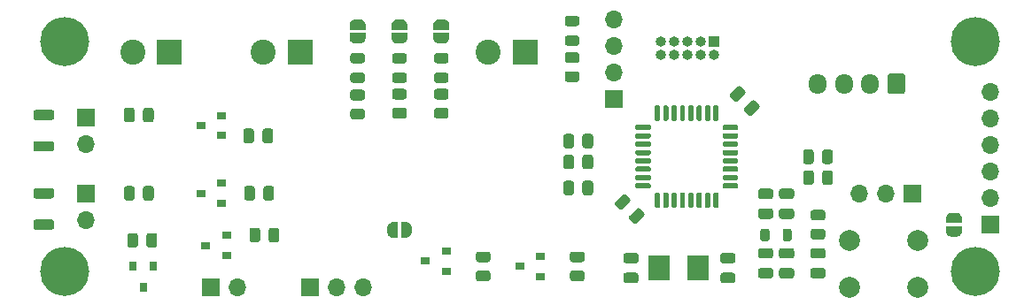
<source format=gbr>
G04 #@! TF.GenerationSoftware,KiCad,Pcbnew,6.0.6-3a73a75311~116~ubuntu22.04.1*
G04 #@! TF.CreationDate,2022-07-04T14:52:18+02:00*
G04 #@! TF.ProjectId,DccDecoder,44636344-6563-46f6-9465-722e6b696361,rev?*
G04 #@! TF.SameCoordinates,Original*
G04 #@! TF.FileFunction,Soldermask,Top*
G04 #@! TF.FilePolarity,Negative*
%FSLAX46Y46*%
G04 Gerber Fmt 4.6, Leading zero omitted, Abs format (unit mm)*
G04 Created by KiCad (PCBNEW 6.0.6-3a73a75311~116~ubuntu22.04.1) date 2022-07-04 14:52:18*
%MOMM*%
%LPD*%
G01*
G04 APERTURE LIST*
%ADD10O,1.700000X1.950000*%
%ADD11R,2.400000X2.400000*%
%ADD12C,2.400000*%
%ADD13C,2.000000*%
%ADD14R,2.000000X2.400000*%
%ADD15C,4.700000*%
%ADD16R,1.700000X1.700000*%
%ADD17O,1.700000X1.700000*%
%ADD18R,1.000000X1.000000*%
%ADD19O,1.000000X1.000000*%
%ADD20R,0.900000X0.800000*%
%ADD21R,0.800000X0.900000*%
G04 APERTURE END LIST*
G36*
G01*
X57456250Y-47925000D02*
X56543750Y-47925000D01*
G75*
G02*
X56300000Y-47681250I0J243750D01*
G01*
X56300000Y-47193750D01*
G75*
G02*
X56543750Y-46950000I243750J0D01*
G01*
X57456250Y-46950000D01*
G75*
G02*
X57700000Y-47193750I0J-243750D01*
G01*
X57700000Y-47681250D01*
G75*
G02*
X57456250Y-47925000I-243750J0D01*
G01*
G37*
G36*
G01*
X57456250Y-46050000D02*
X56543750Y-46050000D01*
G75*
G02*
X56300000Y-45806250I0J243750D01*
G01*
X56300000Y-45318750D01*
G75*
G02*
X56543750Y-45075000I243750J0D01*
G01*
X57456250Y-45075000D01*
G75*
G02*
X57700000Y-45318750I0J-243750D01*
G01*
X57700000Y-45806250D01*
G75*
G02*
X57456250Y-46050000I-243750J0D01*
G01*
G37*
G36*
G01*
X65456250Y-47925000D02*
X64543750Y-47925000D01*
G75*
G02*
X64300000Y-47681250I0J243750D01*
G01*
X64300000Y-47193750D01*
G75*
G02*
X64543750Y-46950000I243750J0D01*
G01*
X65456250Y-46950000D01*
G75*
G02*
X65700000Y-47193750I0J-243750D01*
G01*
X65700000Y-47681250D01*
G75*
G02*
X65456250Y-47925000I-243750J0D01*
G01*
G37*
G36*
G01*
X65456250Y-46050000D02*
X64543750Y-46050000D01*
G75*
G02*
X64300000Y-45806250I0J243750D01*
G01*
X64300000Y-45318750D01*
G75*
G02*
X64543750Y-45075000I243750J0D01*
G01*
X65456250Y-45075000D01*
G75*
G02*
X65700000Y-45318750I0J-243750D01*
G01*
X65700000Y-45806250D01*
G75*
G02*
X65456250Y-46050000I-243750J0D01*
G01*
G37*
G36*
X65750000Y-43150000D02*
G01*
X65750000Y-43650000D01*
X65745033Y-43650000D01*
X65743568Y-43729941D01*
X65701293Y-43865256D01*
X65622738Y-43983266D01*
X65514219Y-44074486D01*
X65384460Y-44131581D01*
X65250000Y-44149164D01*
X65250000Y-44150000D01*
X64750000Y-44150000D01*
X64750000Y-44149164D01*
X64743891Y-44149963D01*
X64603814Y-44128152D01*
X64475489Y-44067904D01*
X64369231Y-43974060D01*
X64293583Y-43854165D01*
X64254626Y-43717858D01*
X64255041Y-43650000D01*
X64250000Y-43650000D01*
X64250000Y-43150000D01*
X65750000Y-43150000D01*
G37*
G36*
X64255041Y-42350000D02*
G01*
X64255492Y-42276095D01*
X64296111Y-42140274D01*
X64373218Y-42021312D01*
X64480615Y-41928774D01*
X64609667Y-41870097D01*
X64750000Y-41850000D01*
X65250000Y-41850000D01*
X65262216Y-41850149D01*
X65402017Y-41873669D01*
X65529596Y-41935481D01*
X65634700Y-42030616D01*
X65708877Y-42151426D01*
X65746166Y-42288199D01*
X65745033Y-42350000D01*
X65750000Y-42350000D01*
X65750000Y-42850000D01*
X64250000Y-42850000D01*
X64250000Y-42350000D01*
X64255041Y-42350000D01*
G37*
G36*
X57750000Y-43150000D02*
G01*
X57750000Y-43650000D01*
X57745033Y-43650000D01*
X57743568Y-43729941D01*
X57701293Y-43865256D01*
X57622738Y-43983266D01*
X57514219Y-44074486D01*
X57384460Y-44131581D01*
X57250000Y-44149164D01*
X57250000Y-44150000D01*
X56750000Y-44150000D01*
X56750000Y-44149164D01*
X56743891Y-44149963D01*
X56603814Y-44128152D01*
X56475489Y-44067904D01*
X56369231Y-43974060D01*
X56293583Y-43854165D01*
X56254626Y-43717858D01*
X56255041Y-43650000D01*
X56250000Y-43650000D01*
X56250000Y-43150000D01*
X57750000Y-43150000D01*
G37*
G36*
X56255041Y-42350000D02*
G01*
X56255492Y-42276095D01*
X56296111Y-42140274D01*
X56373218Y-42021312D01*
X56480615Y-41928774D01*
X56609667Y-41870097D01*
X56750000Y-41850000D01*
X57250000Y-41850000D01*
X57262216Y-41850149D01*
X57402017Y-41873669D01*
X57529596Y-41935481D01*
X57634700Y-42030616D01*
X57708877Y-42151426D01*
X57746166Y-42288199D01*
X57745033Y-42350000D01*
X57750000Y-42350000D01*
X57750000Y-42850000D01*
X56250000Y-42850000D01*
X56250000Y-42350000D01*
X56255041Y-42350000D01*
G37*
G36*
X61750000Y-43150000D02*
G01*
X61750000Y-43650000D01*
X61745033Y-43650000D01*
X61743568Y-43729941D01*
X61701293Y-43865256D01*
X61622738Y-43983266D01*
X61514219Y-44074486D01*
X61384460Y-44131581D01*
X61250000Y-44149164D01*
X61250000Y-44150000D01*
X60750000Y-44150000D01*
X60750000Y-44149164D01*
X60743891Y-44149963D01*
X60603814Y-44128152D01*
X60475489Y-44067904D01*
X60369231Y-43974060D01*
X60293583Y-43854165D01*
X60254626Y-43717858D01*
X60255041Y-43650000D01*
X60250000Y-43650000D01*
X60250000Y-43150000D01*
X61750000Y-43150000D01*
G37*
G36*
X60255041Y-42350000D02*
G01*
X60255492Y-42276095D01*
X60296111Y-42140274D01*
X60373218Y-42021312D01*
X60480615Y-41928774D01*
X60609667Y-41870097D01*
X60750000Y-41850000D01*
X61250000Y-41850000D01*
X61262216Y-41850149D01*
X61402017Y-41873669D01*
X61529596Y-41935481D01*
X61634700Y-42030616D01*
X61708877Y-42151426D01*
X61746166Y-42288199D01*
X61745033Y-42350000D01*
X61750000Y-42350000D01*
X61750000Y-42850000D01*
X60250000Y-42850000D01*
X60250000Y-42350000D01*
X60255041Y-42350000D01*
G37*
G36*
G01*
X56550000Y-48575000D02*
X57450000Y-48575000D01*
G75*
G02*
X57700000Y-48825000I0J-250000D01*
G01*
X57700000Y-49350000D01*
G75*
G02*
X57450000Y-49600000I-250000J0D01*
G01*
X56550000Y-49600000D01*
G75*
G02*
X56300000Y-49350000I0J250000D01*
G01*
X56300000Y-48825000D01*
G75*
G02*
X56550000Y-48575000I250000J0D01*
G01*
G37*
G36*
G01*
X56550000Y-50400000D02*
X57450000Y-50400000D01*
G75*
G02*
X57700000Y-50650000I0J-250000D01*
G01*
X57700000Y-51175000D01*
G75*
G02*
X57450000Y-51425000I-250000J0D01*
G01*
X56550000Y-51425000D01*
G75*
G02*
X56300000Y-51175000I0J250000D01*
G01*
X56300000Y-50650000D01*
G75*
G02*
X56550000Y-50400000I250000J0D01*
G01*
G37*
G36*
G01*
X60550000Y-48487500D02*
X61450000Y-48487500D01*
G75*
G02*
X61700000Y-48737500I0J-250000D01*
G01*
X61700000Y-49262500D01*
G75*
G02*
X61450000Y-49512500I-250000J0D01*
G01*
X60550000Y-49512500D01*
G75*
G02*
X60300000Y-49262500I0J250000D01*
G01*
X60300000Y-48737500D01*
G75*
G02*
X60550000Y-48487500I250000J0D01*
G01*
G37*
G36*
G01*
X60550000Y-50312500D02*
X61450000Y-50312500D01*
G75*
G02*
X61700000Y-50562500I0J-250000D01*
G01*
X61700000Y-51087500D01*
G75*
G02*
X61450000Y-51337500I-250000J0D01*
G01*
X60550000Y-51337500D01*
G75*
G02*
X60300000Y-51087500I0J250000D01*
G01*
X60300000Y-50562500D01*
G75*
G02*
X60550000Y-50312500I250000J0D01*
G01*
G37*
G36*
G01*
X64550000Y-48487500D02*
X65450000Y-48487500D01*
G75*
G02*
X65700000Y-48737500I0J-250000D01*
G01*
X65700000Y-49262500D01*
G75*
G02*
X65450000Y-49512500I-250000J0D01*
G01*
X64550000Y-49512500D01*
G75*
G02*
X64300000Y-49262500I0J250000D01*
G01*
X64300000Y-48737500D01*
G75*
G02*
X64550000Y-48487500I250000J0D01*
G01*
G37*
G36*
G01*
X64550000Y-50312500D02*
X65450000Y-50312500D01*
G75*
G02*
X65700000Y-50562500I0J-250000D01*
G01*
X65700000Y-51087500D01*
G75*
G02*
X65450000Y-51337500I-250000J0D01*
G01*
X64550000Y-51337500D01*
G75*
G02*
X64300000Y-51087500I0J250000D01*
G01*
X64300000Y-50562500D01*
G75*
G02*
X64550000Y-50312500I250000J0D01*
G01*
G37*
G36*
G01*
X109350000Y-47275000D02*
X109350000Y-48725000D01*
G75*
G02*
X109100000Y-48975000I-250000J0D01*
G01*
X107900000Y-48975000D01*
G75*
G02*
X107650000Y-48725000I0J250000D01*
G01*
X107650000Y-47275000D01*
G75*
G02*
X107900000Y-47025000I250000J0D01*
G01*
X109100000Y-47025000D01*
G75*
G02*
X109350000Y-47275000I0J-250000D01*
G01*
G37*
D10*
X106000000Y-48000000D03*
X103500000Y-48000000D03*
X101000000Y-48000000D03*
D11*
X73000000Y-45000000D03*
D12*
X69500000Y-45000000D03*
G36*
G01*
X61456250Y-47925000D02*
X60543750Y-47925000D01*
G75*
G02*
X60300000Y-47681250I0J243750D01*
G01*
X60300000Y-47193750D01*
G75*
G02*
X60543750Y-46950000I243750J0D01*
G01*
X61456250Y-46950000D01*
G75*
G02*
X61700000Y-47193750I0J-243750D01*
G01*
X61700000Y-47681250D01*
G75*
G02*
X61456250Y-47925000I-243750J0D01*
G01*
G37*
G36*
G01*
X61456250Y-46050000D02*
X60543750Y-46050000D01*
G75*
G02*
X60300000Y-45806250I0J243750D01*
G01*
X60300000Y-45318750D01*
G75*
G02*
X60543750Y-45075000I243750J0D01*
G01*
X61456250Y-45075000D01*
G75*
G02*
X61700000Y-45318750I0J-243750D01*
G01*
X61700000Y-45806250D01*
G75*
G02*
X61456250Y-46050000I-243750J0D01*
G01*
G37*
D11*
X51500000Y-45000000D03*
D12*
X48000000Y-45000000D03*
G36*
G01*
X81638820Y-59310571D02*
X82310571Y-58638820D01*
G75*
G02*
X82664125Y-58638820I176777J-176777D01*
G01*
X83017678Y-58992373D01*
G75*
G02*
X83017678Y-59345927I-176777J-176777D01*
G01*
X82345927Y-60017678D01*
G75*
G02*
X81992373Y-60017678I-176777J176777D01*
G01*
X81638820Y-59664125D01*
G75*
G02*
X81638820Y-59310571I176777J176777D01*
G01*
G37*
G36*
G01*
X82982322Y-60654073D02*
X83654073Y-59982322D01*
G75*
G02*
X84007627Y-59982322I176777J-176777D01*
G01*
X84361180Y-60335875D01*
G75*
G02*
X84361180Y-60689429I-176777J-176777D01*
G01*
X83689429Y-61361180D01*
G75*
G02*
X83335875Y-61361180I-176777J176777D01*
G01*
X82982322Y-61007627D01*
G75*
G02*
X82982322Y-60654073I176777J176777D01*
G01*
G37*
G36*
G01*
X95361180Y-50351429D02*
X94689429Y-51023180D01*
G75*
G02*
X94335875Y-51023180I-176777J176777D01*
G01*
X93982322Y-50669627D01*
G75*
G02*
X93982322Y-50316073I176777J176777D01*
G01*
X94654073Y-49644322D01*
G75*
G02*
X95007627Y-49644322I176777J-176777D01*
G01*
X95361180Y-49997875D01*
G75*
G02*
X95361180Y-50351429I-176777J-176777D01*
G01*
G37*
G36*
G01*
X94017678Y-49007927D02*
X93345927Y-49679678D01*
G75*
G02*
X92992373Y-49679678I-176777J176777D01*
G01*
X92638820Y-49326125D01*
G75*
G02*
X92638820Y-48972571I176777J176777D01*
G01*
X93310571Y-48300820D01*
G75*
G02*
X93664125Y-48300820I176777J-176777D01*
G01*
X94017678Y-48654373D01*
G75*
G02*
X94017678Y-49007927I-176777J-176777D01*
G01*
G37*
G36*
G01*
X100525000Y-63750000D02*
X101475000Y-63750000D01*
G75*
G02*
X101725000Y-64000000I0J-250000D01*
G01*
X101725000Y-64500000D01*
G75*
G02*
X101475000Y-64750000I-250000J0D01*
G01*
X100525000Y-64750000D01*
G75*
G02*
X100275000Y-64500000I0J250000D01*
G01*
X100275000Y-64000000D01*
G75*
G02*
X100525000Y-63750000I250000J0D01*
G01*
G37*
G36*
G01*
X100525000Y-65650000D02*
X101475000Y-65650000D01*
G75*
G02*
X101725000Y-65900000I0J-250000D01*
G01*
X101725000Y-66400000D01*
G75*
G02*
X101475000Y-66650000I-250000J0D01*
G01*
X100525000Y-66650000D01*
G75*
G02*
X100275000Y-66400000I0J250000D01*
G01*
X100275000Y-65900000D01*
G75*
G02*
X100525000Y-65650000I250000J0D01*
G01*
G37*
G36*
G01*
X83596000Y-67106000D02*
X82646000Y-67106000D01*
G75*
G02*
X82396000Y-66856000I0J250000D01*
G01*
X82396000Y-66356000D01*
G75*
G02*
X82646000Y-66106000I250000J0D01*
G01*
X83596000Y-66106000D01*
G75*
G02*
X83846000Y-66356000I0J-250000D01*
G01*
X83846000Y-66856000D01*
G75*
G02*
X83596000Y-67106000I-250000J0D01*
G01*
G37*
G36*
G01*
X83596000Y-65206000D02*
X82646000Y-65206000D01*
G75*
G02*
X82396000Y-64956000I0J250000D01*
G01*
X82396000Y-64456000D01*
G75*
G02*
X82646000Y-64206000I250000J0D01*
G01*
X83596000Y-64206000D01*
G75*
G02*
X83846000Y-64456000I0J-250000D01*
G01*
X83846000Y-64956000D01*
G75*
G02*
X83596000Y-65206000I-250000J0D01*
G01*
G37*
G36*
G01*
X92867000Y-67106000D02*
X91917000Y-67106000D01*
G75*
G02*
X91667000Y-66856000I0J250000D01*
G01*
X91667000Y-66356000D01*
G75*
G02*
X91917000Y-66106000I250000J0D01*
G01*
X92867000Y-66106000D01*
G75*
G02*
X93117000Y-66356000I0J-250000D01*
G01*
X93117000Y-66856000D01*
G75*
G02*
X92867000Y-67106000I-250000J0D01*
G01*
G37*
G36*
G01*
X92867000Y-65206000D02*
X91917000Y-65206000D01*
G75*
G02*
X91667000Y-64956000I0J250000D01*
G01*
X91667000Y-64456000D01*
G75*
G02*
X91917000Y-64206000I250000J0D01*
G01*
X92867000Y-64206000D01*
G75*
G02*
X93117000Y-64456000I0J-250000D01*
G01*
X93117000Y-64956000D01*
G75*
G02*
X92867000Y-65206000I-250000J0D01*
G01*
G37*
G36*
G01*
X96475000Y-60950000D02*
X95525000Y-60950000D01*
G75*
G02*
X95275000Y-60700000I0J250000D01*
G01*
X95275000Y-60200000D01*
G75*
G02*
X95525000Y-59950000I250000J0D01*
G01*
X96475000Y-59950000D01*
G75*
G02*
X96725000Y-60200000I0J-250000D01*
G01*
X96725000Y-60700000D01*
G75*
G02*
X96475000Y-60950000I-250000J0D01*
G01*
G37*
G36*
G01*
X96475000Y-59050000D02*
X95525000Y-59050000D01*
G75*
G02*
X95275000Y-58800000I0J250000D01*
G01*
X95275000Y-58300000D01*
G75*
G02*
X95525000Y-58050000I250000J0D01*
G01*
X96475000Y-58050000D01*
G75*
G02*
X96725000Y-58300000I0J-250000D01*
G01*
X96725000Y-58800000D01*
G75*
G02*
X96475000Y-59050000I-250000J0D01*
G01*
G37*
G36*
G01*
X97525000Y-63750000D02*
X98475000Y-63750000D01*
G75*
G02*
X98725000Y-64000000I0J-250000D01*
G01*
X98725000Y-64500000D01*
G75*
G02*
X98475000Y-64750000I-250000J0D01*
G01*
X97525000Y-64750000D01*
G75*
G02*
X97275000Y-64500000I0J250000D01*
G01*
X97275000Y-64000000D01*
G75*
G02*
X97525000Y-63750000I250000J0D01*
G01*
G37*
G36*
G01*
X97525000Y-65650000D02*
X98475000Y-65650000D01*
G75*
G02*
X98725000Y-65900000I0J-250000D01*
G01*
X98725000Y-66400000D01*
G75*
G02*
X98475000Y-66650000I-250000J0D01*
G01*
X97525000Y-66650000D01*
G75*
G02*
X97275000Y-66400000I0J250000D01*
G01*
X97275000Y-65900000D01*
G75*
G02*
X97525000Y-65650000I250000J0D01*
G01*
G37*
G36*
G01*
X95525000Y-63750000D02*
X96475000Y-63750000D01*
G75*
G02*
X96725000Y-64000000I0J-250000D01*
G01*
X96725000Y-64500000D01*
G75*
G02*
X96475000Y-64750000I-250000J0D01*
G01*
X95525000Y-64750000D01*
G75*
G02*
X95275000Y-64500000I0J250000D01*
G01*
X95275000Y-64000000D01*
G75*
G02*
X95525000Y-63750000I250000J0D01*
G01*
G37*
G36*
G01*
X95525000Y-65650000D02*
X96475000Y-65650000D01*
G75*
G02*
X96725000Y-65900000I0J-250000D01*
G01*
X96725000Y-66400000D01*
G75*
G02*
X96475000Y-66650000I-250000J0D01*
G01*
X95525000Y-66650000D01*
G75*
G02*
X95275000Y-66400000I0J250000D01*
G01*
X95275000Y-65900000D01*
G75*
G02*
X95525000Y-65650000I250000J0D01*
G01*
G37*
G36*
G01*
X95500000Y-62881250D02*
X95500000Y-62118750D01*
G75*
G02*
X95718750Y-61900000I218750J0D01*
G01*
X96156250Y-61900000D01*
G75*
G02*
X96375000Y-62118750I0J-218750D01*
G01*
X96375000Y-62881250D01*
G75*
G02*
X96156250Y-63100000I-218750J0D01*
G01*
X95718750Y-63100000D01*
G75*
G02*
X95500000Y-62881250I0J218750D01*
G01*
G37*
G36*
G01*
X97625000Y-62881250D02*
X97625000Y-62118750D01*
G75*
G02*
X97843750Y-61900000I218750J0D01*
G01*
X98281250Y-61900000D01*
G75*
G02*
X98500000Y-62118750I0J-218750D01*
G01*
X98500000Y-62881250D01*
G75*
G02*
X98281250Y-63100000I-218750J0D01*
G01*
X97843750Y-63100000D01*
G75*
G02*
X97625000Y-62881250I0J218750D01*
G01*
G37*
G36*
G01*
X79512500Y-57550000D02*
X79512500Y-58450000D01*
G75*
G02*
X79262500Y-58700000I-250000J0D01*
G01*
X78737500Y-58700000D01*
G75*
G02*
X78487500Y-58450000I0J250000D01*
G01*
X78487500Y-57550000D01*
G75*
G02*
X78737500Y-57300000I250000J0D01*
G01*
X79262500Y-57300000D01*
G75*
G02*
X79512500Y-57550000I0J-250000D01*
G01*
G37*
G36*
G01*
X77687500Y-57550000D02*
X77687500Y-58450000D01*
G75*
G02*
X77437500Y-58700000I-250000J0D01*
G01*
X76912500Y-58700000D01*
G75*
G02*
X76662500Y-58450000I0J250000D01*
G01*
X76662500Y-57550000D01*
G75*
G02*
X76912500Y-57300000I250000J0D01*
G01*
X77437500Y-57300000D01*
G75*
G02*
X77687500Y-57550000I0J-250000D01*
G01*
G37*
G36*
G01*
X100550000Y-60075000D02*
X101450000Y-60075000D01*
G75*
G02*
X101700000Y-60325000I0J-250000D01*
G01*
X101700000Y-60850000D01*
G75*
G02*
X101450000Y-61100000I-250000J0D01*
G01*
X100550000Y-61100000D01*
G75*
G02*
X100300000Y-60850000I0J250000D01*
G01*
X100300000Y-60325000D01*
G75*
G02*
X100550000Y-60075000I250000J0D01*
G01*
G37*
G36*
G01*
X100550000Y-61900000D02*
X101450000Y-61900000D01*
G75*
G02*
X101700000Y-62150000I0J-250000D01*
G01*
X101700000Y-62675000D01*
G75*
G02*
X101450000Y-62925000I-250000J0D01*
G01*
X100550000Y-62925000D01*
G75*
G02*
X100300000Y-62675000I0J250000D01*
G01*
X100300000Y-62150000D01*
G75*
G02*
X100550000Y-61900000I250000J0D01*
G01*
G37*
D13*
X104000000Y-63000000D03*
X110500000Y-63000000D03*
X104000000Y-67500000D03*
X110500000Y-67500000D03*
G36*
G01*
X85780000Y-59921000D02*
X85530000Y-59921000D01*
G75*
G02*
X85405000Y-59796000I0J125000D01*
G01*
X85405000Y-58546000D01*
G75*
G02*
X85530000Y-58421000I125000J0D01*
G01*
X85780000Y-58421000D01*
G75*
G02*
X85905000Y-58546000I0J-125000D01*
G01*
X85905000Y-59796000D01*
G75*
G02*
X85780000Y-59921000I-125000J0D01*
G01*
G37*
G36*
G01*
X86580000Y-59921000D02*
X86330000Y-59921000D01*
G75*
G02*
X86205000Y-59796000I0J125000D01*
G01*
X86205000Y-58546000D01*
G75*
G02*
X86330000Y-58421000I125000J0D01*
G01*
X86580000Y-58421000D01*
G75*
G02*
X86705000Y-58546000I0J-125000D01*
G01*
X86705000Y-59796000D01*
G75*
G02*
X86580000Y-59921000I-125000J0D01*
G01*
G37*
G36*
G01*
X87380000Y-59921000D02*
X87130000Y-59921000D01*
G75*
G02*
X87005000Y-59796000I0J125000D01*
G01*
X87005000Y-58546000D01*
G75*
G02*
X87130000Y-58421000I125000J0D01*
G01*
X87380000Y-58421000D01*
G75*
G02*
X87505000Y-58546000I0J-125000D01*
G01*
X87505000Y-59796000D01*
G75*
G02*
X87380000Y-59921000I-125000J0D01*
G01*
G37*
G36*
G01*
X88180000Y-59921000D02*
X87930000Y-59921000D01*
G75*
G02*
X87805000Y-59796000I0J125000D01*
G01*
X87805000Y-58546000D01*
G75*
G02*
X87930000Y-58421000I125000J0D01*
G01*
X88180000Y-58421000D01*
G75*
G02*
X88305000Y-58546000I0J-125000D01*
G01*
X88305000Y-59796000D01*
G75*
G02*
X88180000Y-59921000I-125000J0D01*
G01*
G37*
G36*
G01*
X88980000Y-59921000D02*
X88730000Y-59921000D01*
G75*
G02*
X88605000Y-59796000I0J125000D01*
G01*
X88605000Y-58546000D01*
G75*
G02*
X88730000Y-58421000I125000J0D01*
G01*
X88980000Y-58421000D01*
G75*
G02*
X89105000Y-58546000I0J-125000D01*
G01*
X89105000Y-59796000D01*
G75*
G02*
X88980000Y-59921000I-125000J0D01*
G01*
G37*
G36*
G01*
X89780000Y-59921000D02*
X89530000Y-59921000D01*
G75*
G02*
X89405000Y-59796000I0J125000D01*
G01*
X89405000Y-58546000D01*
G75*
G02*
X89530000Y-58421000I125000J0D01*
G01*
X89780000Y-58421000D01*
G75*
G02*
X89905000Y-58546000I0J-125000D01*
G01*
X89905000Y-59796000D01*
G75*
G02*
X89780000Y-59921000I-125000J0D01*
G01*
G37*
G36*
G01*
X90580000Y-59921000D02*
X90330000Y-59921000D01*
G75*
G02*
X90205000Y-59796000I0J125000D01*
G01*
X90205000Y-58546000D01*
G75*
G02*
X90330000Y-58421000I125000J0D01*
G01*
X90580000Y-58421000D01*
G75*
G02*
X90705000Y-58546000I0J-125000D01*
G01*
X90705000Y-59796000D01*
G75*
G02*
X90580000Y-59921000I-125000J0D01*
G01*
G37*
G36*
G01*
X91380000Y-59921000D02*
X91130000Y-59921000D01*
G75*
G02*
X91005000Y-59796000I0J125000D01*
G01*
X91005000Y-58546000D01*
G75*
G02*
X91130000Y-58421000I125000J0D01*
G01*
X91380000Y-58421000D01*
G75*
G02*
X91505000Y-58546000I0J-125000D01*
G01*
X91505000Y-59796000D01*
G75*
G02*
X91380000Y-59921000I-125000J0D01*
G01*
G37*
G36*
G01*
X93255000Y-58046000D02*
X92005000Y-58046000D01*
G75*
G02*
X91880000Y-57921000I0J125000D01*
G01*
X91880000Y-57671000D01*
G75*
G02*
X92005000Y-57546000I125000J0D01*
G01*
X93255000Y-57546000D01*
G75*
G02*
X93380000Y-57671000I0J-125000D01*
G01*
X93380000Y-57921000D01*
G75*
G02*
X93255000Y-58046000I-125000J0D01*
G01*
G37*
G36*
G01*
X93255000Y-57246000D02*
X92005000Y-57246000D01*
G75*
G02*
X91880000Y-57121000I0J125000D01*
G01*
X91880000Y-56871000D01*
G75*
G02*
X92005000Y-56746000I125000J0D01*
G01*
X93255000Y-56746000D01*
G75*
G02*
X93380000Y-56871000I0J-125000D01*
G01*
X93380000Y-57121000D01*
G75*
G02*
X93255000Y-57246000I-125000J0D01*
G01*
G37*
G36*
G01*
X93255000Y-56446000D02*
X92005000Y-56446000D01*
G75*
G02*
X91880000Y-56321000I0J125000D01*
G01*
X91880000Y-56071000D01*
G75*
G02*
X92005000Y-55946000I125000J0D01*
G01*
X93255000Y-55946000D01*
G75*
G02*
X93380000Y-56071000I0J-125000D01*
G01*
X93380000Y-56321000D01*
G75*
G02*
X93255000Y-56446000I-125000J0D01*
G01*
G37*
G36*
G01*
X93255000Y-55646000D02*
X92005000Y-55646000D01*
G75*
G02*
X91880000Y-55521000I0J125000D01*
G01*
X91880000Y-55271000D01*
G75*
G02*
X92005000Y-55146000I125000J0D01*
G01*
X93255000Y-55146000D01*
G75*
G02*
X93380000Y-55271000I0J-125000D01*
G01*
X93380000Y-55521000D01*
G75*
G02*
X93255000Y-55646000I-125000J0D01*
G01*
G37*
G36*
G01*
X93255000Y-54846000D02*
X92005000Y-54846000D01*
G75*
G02*
X91880000Y-54721000I0J125000D01*
G01*
X91880000Y-54471000D01*
G75*
G02*
X92005000Y-54346000I125000J0D01*
G01*
X93255000Y-54346000D01*
G75*
G02*
X93380000Y-54471000I0J-125000D01*
G01*
X93380000Y-54721000D01*
G75*
G02*
X93255000Y-54846000I-125000J0D01*
G01*
G37*
G36*
G01*
X93255000Y-54046000D02*
X92005000Y-54046000D01*
G75*
G02*
X91880000Y-53921000I0J125000D01*
G01*
X91880000Y-53671000D01*
G75*
G02*
X92005000Y-53546000I125000J0D01*
G01*
X93255000Y-53546000D01*
G75*
G02*
X93380000Y-53671000I0J-125000D01*
G01*
X93380000Y-53921000D01*
G75*
G02*
X93255000Y-54046000I-125000J0D01*
G01*
G37*
G36*
G01*
X93255000Y-53246000D02*
X92005000Y-53246000D01*
G75*
G02*
X91880000Y-53121000I0J125000D01*
G01*
X91880000Y-52871000D01*
G75*
G02*
X92005000Y-52746000I125000J0D01*
G01*
X93255000Y-52746000D01*
G75*
G02*
X93380000Y-52871000I0J-125000D01*
G01*
X93380000Y-53121000D01*
G75*
G02*
X93255000Y-53246000I-125000J0D01*
G01*
G37*
G36*
G01*
X93255000Y-52446000D02*
X92005000Y-52446000D01*
G75*
G02*
X91880000Y-52321000I0J125000D01*
G01*
X91880000Y-52071000D01*
G75*
G02*
X92005000Y-51946000I125000J0D01*
G01*
X93255000Y-51946000D01*
G75*
G02*
X93380000Y-52071000I0J-125000D01*
G01*
X93380000Y-52321000D01*
G75*
G02*
X93255000Y-52446000I-125000J0D01*
G01*
G37*
G36*
G01*
X91380000Y-51571000D02*
X91130000Y-51571000D01*
G75*
G02*
X91005000Y-51446000I0J125000D01*
G01*
X91005000Y-50196000D01*
G75*
G02*
X91130000Y-50071000I125000J0D01*
G01*
X91380000Y-50071000D01*
G75*
G02*
X91505000Y-50196000I0J-125000D01*
G01*
X91505000Y-51446000D01*
G75*
G02*
X91380000Y-51571000I-125000J0D01*
G01*
G37*
G36*
G01*
X90580000Y-51571000D02*
X90330000Y-51571000D01*
G75*
G02*
X90205000Y-51446000I0J125000D01*
G01*
X90205000Y-50196000D01*
G75*
G02*
X90330000Y-50071000I125000J0D01*
G01*
X90580000Y-50071000D01*
G75*
G02*
X90705000Y-50196000I0J-125000D01*
G01*
X90705000Y-51446000D01*
G75*
G02*
X90580000Y-51571000I-125000J0D01*
G01*
G37*
G36*
G01*
X89780000Y-51571000D02*
X89530000Y-51571000D01*
G75*
G02*
X89405000Y-51446000I0J125000D01*
G01*
X89405000Y-50196000D01*
G75*
G02*
X89530000Y-50071000I125000J0D01*
G01*
X89780000Y-50071000D01*
G75*
G02*
X89905000Y-50196000I0J-125000D01*
G01*
X89905000Y-51446000D01*
G75*
G02*
X89780000Y-51571000I-125000J0D01*
G01*
G37*
G36*
G01*
X88980000Y-51571000D02*
X88730000Y-51571000D01*
G75*
G02*
X88605000Y-51446000I0J125000D01*
G01*
X88605000Y-50196000D01*
G75*
G02*
X88730000Y-50071000I125000J0D01*
G01*
X88980000Y-50071000D01*
G75*
G02*
X89105000Y-50196000I0J-125000D01*
G01*
X89105000Y-51446000D01*
G75*
G02*
X88980000Y-51571000I-125000J0D01*
G01*
G37*
G36*
G01*
X88180000Y-51571000D02*
X87930000Y-51571000D01*
G75*
G02*
X87805000Y-51446000I0J125000D01*
G01*
X87805000Y-50196000D01*
G75*
G02*
X87930000Y-50071000I125000J0D01*
G01*
X88180000Y-50071000D01*
G75*
G02*
X88305000Y-50196000I0J-125000D01*
G01*
X88305000Y-51446000D01*
G75*
G02*
X88180000Y-51571000I-125000J0D01*
G01*
G37*
G36*
G01*
X87380000Y-51571000D02*
X87130000Y-51571000D01*
G75*
G02*
X87005000Y-51446000I0J125000D01*
G01*
X87005000Y-50196000D01*
G75*
G02*
X87130000Y-50071000I125000J0D01*
G01*
X87380000Y-50071000D01*
G75*
G02*
X87505000Y-50196000I0J-125000D01*
G01*
X87505000Y-51446000D01*
G75*
G02*
X87380000Y-51571000I-125000J0D01*
G01*
G37*
G36*
G01*
X86580000Y-51571000D02*
X86330000Y-51571000D01*
G75*
G02*
X86205000Y-51446000I0J125000D01*
G01*
X86205000Y-50196000D01*
G75*
G02*
X86330000Y-50071000I125000J0D01*
G01*
X86580000Y-50071000D01*
G75*
G02*
X86705000Y-50196000I0J-125000D01*
G01*
X86705000Y-51446000D01*
G75*
G02*
X86580000Y-51571000I-125000J0D01*
G01*
G37*
G36*
G01*
X85780000Y-51571000D02*
X85530000Y-51571000D01*
G75*
G02*
X85405000Y-51446000I0J125000D01*
G01*
X85405000Y-50196000D01*
G75*
G02*
X85530000Y-50071000I125000J0D01*
G01*
X85780000Y-50071000D01*
G75*
G02*
X85905000Y-50196000I0J-125000D01*
G01*
X85905000Y-51446000D01*
G75*
G02*
X85780000Y-51571000I-125000J0D01*
G01*
G37*
G36*
G01*
X84905000Y-52446000D02*
X83655000Y-52446000D01*
G75*
G02*
X83530000Y-52321000I0J125000D01*
G01*
X83530000Y-52071000D01*
G75*
G02*
X83655000Y-51946000I125000J0D01*
G01*
X84905000Y-51946000D01*
G75*
G02*
X85030000Y-52071000I0J-125000D01*
G01*
X85030000Y-52321000D01*
G75*
G02*
X84905000Y-52446000I-125000J0D01*
G01*
G37*
G36*
G01*
X84905000Y-53246000D02*
X83655000Y-53246000D01*
G75*
G02*
X83530000Y-53121000I0J125000D01*
G01*
X83530000Y-52871000D01*
G75*
G02*
X83655000Y-52746000I125000J0D01*
G01*
X84905000Y-52746000D01*
G75*
G02*
X85030000Y-52871000I0J-125000D01*
G01*
X85030000Y-53121000D01*
G75*
G02*
X84905000Y-53246000I-125000J0D01*
G01*
G37*
G36*
G01*
X84905000Y-54046000D02*
X83655000Y-54046000D01*
G75*
G02*
X83530000Y-53921000I0J125000D01*
G01*
X83530000Y-53671000D01*
G75*
G02*
X83655000Y-53546000I125000J0D01*
G01*
X84905000Y-53546000D01*
G75*
G02*
X85030000Y-53671000I0J-125000D01*
G01*
X85030000Y-53921000D01*
G75*
G02*
X84905000Y-54046000I-125000J0D01*
G01*
G37*
G36*
G01*
X84905000Y-54846000D02*
X83655000Y-54846000D01*
G75*
G02*
X83530000Y-54721000I0J125000D01*
G01*
X83530000Y-54471000D01*
G75*
G02*
X83655000Y-54346000I125000J0D01*
G01*
X84905000Y-54346000D01*
G75*
G02*
X85030000Y-54471000I0J-125000D01*
G01*
X85030000Y-54721000D01*
G75*
G02*
X84905000Y-54846000I-125000J0D01*
G01*
G37*
G36*
G01*
X84905000Y-55646000D02*
X83655000Y-55646000D01*
G75*
G02*
X83530000Y-55521000I0J125000D01*
G01*
X83530000Y-55271000D01*
G75*
G02*
X83655000Y-55146000I125000J0D01*
G01*
X84905000Y-55146000D01*
G75*
G02*
X85030000Y-55271000I0J-125000D01*
G01*
X85030000Y-55521000D01*
G75*
G02*
X84905000Y-55646000I-125000J0D01*
G01*
G37*
G36*
G01*
X84905000Y-56446000D02*
X83655000Y-56446000D01*
G75*
G02*
X83530000Y-56321000I0J125000D01*
G01*
X83530000Y-56071000D01*
G75*
G02*
X83655000Y-55946000I125000J0D01*
G01*
X84905000Y-55946000D01*
G75*
G02*
X85030000Y-56071000I0J-125000D01*
G01*
X85030000Y-56321000D01*
G75*
G02*
X84905000Y-56446000I-125000J0D01*
G01*
G37*
G36*
G01*
X84905000Y-57246000D02*
X83655000Y-57246000D01*
G75*
G02*
X83530000Y-57121000I0J125000D01*
G01*
X83530000Y-56871000D01*
G75*
G02*
X83655000Y-56746000I125000J0D01*
G01*
X84905000Y-56746000D01*
G75*
G02*
X85030000Y-56871000I0J-125000D01*
G01*
X85030000Y-57121000D01*
G75*
G02*
X84905000Y-57246000I-125000J0D01*
G01*
G37*
G36*
G01*
X84905000Y-58046000D02*
X83655000Y-58046000D01*
G75*
G02*
X83530000Y-57921000I0J125000D01*
G01*
X83530000Y-57671000D01*
G75*
G02*
X83655000Y-57546000I125000J0D01*
G01*
X84905000Y-57546000D01*
G75*
G02*
X85030000Y-57671000I0J-125000D01*
G01*
X85030000Y-57921000D01*
G75*
G02*
X84905000Y-58046000I-125000J0D01*
G01*
G37*
D14*
X85843000Y-65656000D03*
X89543000Y-65656000D03*
D15*
X29000000Y-44000000D03*
X29000000Y-66000000D03*
X116000000Y-44000000D03*
X116000000Y-66000000D03*
D11*
X39000000Y-45000000D03*
D12*
X35500000Y-45000000D03*
G36*
G01*
X98475000Y-60950000D02*
X97525000Y-60950000D01*
G75*
G02*
X97275000Y-60700000I0J250000D01*
G01*
X97275000Y-60200000D01*
G75*
G02*
X97525000Y-59950000I250000J0D01*
G01*
X98475000Y-59950000D01*
G75*
G02*
X98725000Y-60200000I0J-250000D01*
G01*
X98725000Y-60700000D01*
G75*
G02*
X98475000Y-60950000I-250000J0D01*
G01*
G37*
G36*
G01*
X98475000Y-59050000D02*
X97525000Y-59050000D01*
G75*
G02*
X97275000Y-58800000I0J250000D01*
G01*
X97275000Y-58300000D01*
G75*
G02*
X97525000Y-58050000I250000J0D01*
G01*
X98475000Y-58050000D01*
G75*
G02*
X98725000Y-58300000I0J-250000D01*
G01*
X98725000Y-58800000D01*
G75*
G02*
X98475000Y-59050000I-250000J0D01*
G01*
G37*
D16*
X117500000Y-61500000D03*
D17*
X117500000Y-58960000D03*
X117500000Y-56420000D03*
X117500000Y-53880000D03*
X117500000Y-51340000D03*
X117500000Y-48800000D03*
G36*
X113250000Y-61350000D02*
G01*
X113250000Y-60850000D01*
X113254967Y-60850000D01*
X113256432Y-60770059D01*
X113298707Y-60634744D01*
X113377262Y-60516734D01*
X113485781Y-60425514D01*
X113615540Y-60368419D01*
X113750000Y-60350836D01*
X113750000Y-60350000D01*
X114250000Y-60350000D01*
X114250000Y-60350836D01*
X114256109Y-60350037D01*
X114396186Y-60371848D01*
X114524511Y-60432096D01*
X114630769Y-60525940D01*
X114706417Y-60645835D01*
X114745374Y-60782142D01*
X114744959Y-60850000D01*
X114750000Y-60850000D01*
X114750000Y-61350000D01*
X113250000Y-61350000D01*
G37*
G36*
X114744959Y-62150000D02*
G01*
X114744508Y-62223905D01*
X114703889Y-62359726D01*
X114626782Y-62478688D01*
X114519385Y-62571226D01*
X114390333Y-62629903D01*
X114250000Y-62650000D01*
X113750000Y-62650000D01*
X113737784Y-62649851D01*
X113597983Y-62626331D01*
X113470404Y-62564519D01*
X113365300Y-62469384D01*
X113291123Y-62348574D01*
X113253834Y-62211801D01*
X113254967Y-62150000D01*
X113250000Y-62150000D01*
X113250000Y-61650000D01*
X114750000Y-61650000D01*
X114750000Y-62150000D01*
X114744959Y-62150000D01*
G37*
D18*
X91040000Y-44000000D03*
D19*
X91040000Y-45270000D03*
X89770000Y-44000000D03*
X89770000Y-45270000D03*
X88500000Y-44000000D03*
X88500000Y-45270000D03*
X87230000Y-44000000D03*
X87230000Y-45270000D03*
X85960000Y-44000000D03*
X85960000Y-45270000D03*
D16*
X110000000Y-58500000D03*
D17*
X107460000Y-58500000D03*
X104920000Y-58500000D03*
D20*
X44000000Y-52950000D03*
X44000000Y-51050000D03*
X42000000Y-52000000D03*
G36*
G01*
X99575000Y-55450000D02*
X99575000Y-54550000D01*
G75*
G02*
X99825000Y-54300000I250000J0D01*
G01*
X100350000Y-54300000D01*
G75*
G02*
X100600000Y-54550000I0J-250000D01*
G01*
X100600000Y-55450000D01*
G75*
G02*
X100350000Y-55700000I-250000J0D01*
G01*
X99825000Y-55700000D01*
G75*
G02*
X99575000Y-55450000I0J250000D01*
G01*
G37*
G36*
G01*
X101400000Y-55450000D02*
X101400000Y-54550000D01*
G75*
G02*
X101650000Y-54300000I250000J0D01*
G01*
X102175000Y-54300000D01*
G75*
G02*
X102425000Y-54550000I0J-250000D01*
G01*
X102425000Y-55450000D01*
G75*
G02*
X102175000Y-55700000I-250000J0D01*
G01*
X101650000Y-55700000D01*
G75*
G02*
X101400000Y-55450000I0J250000D01*
G01*
G37*
G36*
G01*
X48925000Y-52550000D02*
X48925000Y-53450000D01*
G75*
G02*
X48675000Y-53700000I-250000J0D01*
G01*
X48150000Y-53700000D01*
G75*
G02*
X47900000Y-53450000I0J250000D01*
G01*
X47900000Y-52550000D01*
G75*
G02*
X48150000Y-52300000I250000J0D01*
G01*
X48675000Y-52300000D01*
G75*
G02*
X48925000Y-52550000I0J-250000D01*
G01*
G37*
G36*
G01*
X47100000Y-52550000D02*
X47100000Y-53450000D01*
G75*
G02*
X46850000Y-53700000I-250000J0D01*
G01*
X46325000Y-53700000D01*
G75*
G02*
X46075000Y-53450000I0J250000D01*
G01*
X46075000Y-52550000D01*
G75*
G02*
X46325000Y-52300000I250000J0D01*
G01*
X46850000Y-52300000D01*
G75*
G02*
X47100000Y-52550000I0J-250000D01*
G01*
G37*
X65500000Y-65950000D03*
X65500000Y-64050000D03*
X63500000Y-65000000D03*
X74500000Y-66450000D03*
X74500000Y-64550000D03*
X72500000Y-65500000D03*
G36*
G01*
X69450000Y-66925000D02*
X68550000Y-66925000D01*
G75*
G02*
X68300000Y-66675000I0J250000D01*
G01*
X68300000Y-66150000D01*
G75*
G02*
X68550000Y-65900000I250000J0D01*
G01*
X69450000Y-65900000D01*
G75*
G02*
X69700000Y-66150000I0J-250000D01*
G01*
X69700000Y-66675000D01*
G75*
G02*
X69450000Y-66925000I-250000J0D01*
G01*
G37*
G36*
G01*
X69450000Y-65100000D02*
X68550000Y-65100000D01*
G75*
G02*
X68300000Y-64850000I0J250000D01*
G01*
X68300000Y-64325000D01*
G75*
G02*
X68550000Y-64075000I250000J0D01*
G01*
X69450000Y-64075000D01*
G75*
G02*
X69700000Y-64325000I0J-250000D01*
G01*
X69700000Y-64850000D01*
G75*
G02*
X69450000Y-65100000I-250000J0D01*
G01*
G37*
G36*
G01*
X77550000Y-64075000D02*
X78450000Y-64075000D01*
G75*
G02*
X78700000Y-64325000I0J-250000D01*
G01*
X78700000Y-64850000D01*
G75*
G02*
X78450000Y-65100000I-250000J0D01*
G01*
X77550000Y-65100000D01*
G75*
G02*
X77300000Y-64850000I0J250000D01*
G01*
X77300000Y-64325000D01*
G75*
G02*
X77550000Y-64075000I250000J0D01*
G01*
G37*
G36*
G01*
X77550000Y-65900000D02*
X78450000Y-65900000D01*
G75*
G02*
X78700000Y-66150000I0J-250000D01*
G01*
X78700000Y-66675000D01*
G75*
G02*
X78450000Y-66925000I-250000J0D01*
G01*
X77550000Y-66925000D01*
G75*
G02*
X77300000Y-66675000I0J250000D01*
G01*
X77300000Y-66150000D01*
G75*
G02*
X77550000Y-65900000I250000J0D01*
G01*
G37*
G36*
X61150000Y-61250000D02*
G01*
X61650000Y-61250000D01*
X61650000Y-61254967D01*
X61729941Y-61256432D01*
X61865256Y-61298707D01*
X61983266Y-61377262D01*
X62074486Y-61485781D01*
X62131581Y-61615540D01*
X62149164Y-61750000D01*
X62150000Y-61750000D01*
X62150000Y-62250000D01*
X62149164Y-62250000D01*
X62149963Y-62256109D01*
X62128152Y-62396186D01*
X62067904Y-62524511D01*
X61974060Y-62630769D01*
X61854165Y-62706417D01*
X61717858Y-62745374D01*
X61650000Y-62744959D01*
X61650000Y-62750000D01*
X61150000Y-62750000D01*
X61150000Y-61250000D01*
G37*
G36*
X60350000Y-62744959D02*
G01*
X60276095Y-62744508D01*
X60140274Y-62703889D01*
X60021312Y-62626782D01*
X59928774Y-62519385D01*
X59870097Y-62390333D01*
X59850000Y-62250000D01*
X59850000Y-61750000D01*
X59850149Y-61737784D01*
X59873669Y-61597983D01*
X59935481Y-61470404D01*
X60030616Y-61365300D01*
X60151426Y-61291123D01*
X60288199Y-61253834D01*
X60350000Y-61254967D01*
X60350000Y-61250000D01*
X60850000Y-61250000D01*
X60850000Y-62750000D01*
X60350000Y-62750000D01*
X60350000Y-62744959D01*
G37*
G36*
G01*
X27750000Y-51500000D02*
X26250000Y-51500000D01*
G75*
G02*
X26000000Y-51250000I0J250000D01*
G01*
X26000000Y-50750000D01*
G75*
G02*
X26250000Y-50500000I250000J0D01*
G01*
X27750000Y-50500000D01*
G75*
G02*
X28000000Y-50750000I0J-250000D01*
G01*
X28000000Y-51250000D01*
G75*
G02*
X27750000Y-51500000I-250000J0D01*
G01*
G37*
G36*
G01*
X27750000Y-54500000D02*
X26250000Y-54500000D01*
G75*
G02*
X26000000Y-54250000I0J250000D01*
G01*
X26000000Y-53750000D01*
G75*
G02*
X26250000Y-53500000I250000J0D01*
G01*
X27750000Y-53500000D01*
G75*
G02*
X28000000Y-53750000I0J-250000D01*
G01*
X28000000Y-54250000D01*
G75*
G02*
X27750000Y-54500000I-250000J0D01*
G01*
G37*
D16*
X30995000Y-51215000D03*
D17*
X30995000Y-53755000D03*
G36*
G01*
X34662500Y-51450000D02*
X34662500Y-50550000D01*
G75*
G02*
X34912500Y-50300000I250000J0D01*
G01*
X35437500Y-50300000D01*
G75*
G02*
X35687500Y-50550000I0J-250000D01*
G01*
X35687500Y-51450000D01*
G75*
G02*
X35437500Y-51700000I-250000J0D01*
G01*
X34912500Y-51700000D01*
G75*
G02*
X34662500Y-51450000I0J250000D01*
G01*
G37*
G36*
G01*
X36487500Y-51450000D02*
X36487500Y-50550000D01*
G75*
G02*
X36737500Y-50300000I250000J0D01*
G01*
X37262500Y-50300000D01*
G75*
G02*
X37512500Y-50550000I0J-250000D01*
G01*
X37512500Y-51450000D01*
G75*
G02*
X37262500Y-51700000I-250000J0D01*
G01*
X36737500Y-51700000D01*
G75*
G02*
X36487500Y-51450000I0J250000D01*
G01*
G37*
G36*
G01*
X27750000Y-62000000D02*
X26250000Y-62000000D01*
G75*
G02*
X26000000Y-61750000I0J250000D01*
G01*
X26000000Y-61250000D01*
G75*
G02*
X26250000Y-61000000I250000J0D01*
G01*
X27750000Y-61000000D01*
G75*
G02*
X28000000Y-61250000I0J-250000D01*
G01*
X28000000Y-61750000D01*
G75*
G02*
X27750000Y-62000000I-250000J0D01*
G01*
G37*
D16*
X31000000Y-58500000D03*
D17*
X31000000Y-61040000D03*
D20*
X44000000Y-59450000D03*
X44000000Y-57550000D03*
X42000000Y-58500000D03*
G36*
G01*
X34662500Y-58950000D02*
X34662500Y-58050000D01*
G75*
G02*
X34912500Y-57800000I250000J0D01*
G01*
X35437500Y-57800000D01*
G75*
G02*
X35687500Y-58050000I0J-250000D01*
G01*
X35687500Y-58950000D01*
G75*
G02*
X35437500Y-59200000I-250000J0D01*
G01*
X34912500Y-59200000D01*
G75*
G02*
X34662500Y-58950000I0J250000D01*
G01*
G37*
G36*
G01*
X36487500Y-58950000D02*
X36487500Y-58050000D01*
G75*
G02*
X36737500Y-57800000I250000J0D01*
G01*
X37262500Y-57800000D01*
G75*
G02*
X37512500Y-58050000I0J-250000D01*
G01*
X37512500Y-58950000D01*
G75*
G02*
X37262500Y-59200000I-250000J0D01*
G01*
X36737500Y-59200000D01*
G75*
G02*
X36487500Y-58950000I0J250000D01*
G01*
G37*
G36*
G01*
X49012500Y-58050000D02*
X49012500Y-58950000D01*
G75*
G02*
X48762500Y-59200000I-250000J0D01*
G01*
X48237500Y-59200000D01*
G75*
G02*
X47987500Y-58950000I0J250000D01*
G01*
X47987500Y-58050000D01*
G75*
G02*
X48237500Y-57800000I250000J0D01*
G01*
X48762500Y-57800000D01*
G75*
G02*
X49012500Y-58050000I0J-250000D01*
G01*
G37*
G36*
G01*
X47187500Y-58050000D02*
X47187500Y-58950000D01*
G75*
G02*
X46937500Y-59200000I-250000J0D01*
G01*
X46412500Y-59200000D01*
G75*
G02*
X46162500Y-58950000I0J250000D01*
G01*
X46162500Y-58050000D01*
G75*
G02*
X46412500Y-57800000I250000J0D01*
G01*
X46937500Y-57800000D01*
G75*
G02*
X47187500Y-58050000I0J-250000D01*
G01*
G37*
G36*
G01*
X27750000Y-59000000D02*
X26250000Y-59000000D01*
G75*
G02*
X26000000Y-58750000I0J250000D01*
G01*
X26000000Y-58250000D01*
G75*
G02*
X26250000Y-58000000I250000J0D01*
G01*
X27750000Y-58000000D01*
G75*
G02*
X28000000Y-58250000I0J-250000D01*
G01*
X28000000Y-58750000D01*
G75*
G02*
X27750000Y-59000000I-250000J0D01*
G01*
G37*
D16*
X52460000Y-67500000D03*
D17*
X55000000Y-67500000D03*
X57540000Y-67500000D03*
G36*
G01*
X99575000Y-57450000D02*
X99575000Y-56550000D01*
G75*
G02*
X99825000Y-56300000I250000J0D01*
G01*
X100350000Y-56300000D01*
G75*
G02*
X100600000Y-56550000I0J-250000D01*
G01*
X100600000Y-57450000D01*
G75*
G02*
X100350000Y-57700000I-250000J0D01*
G01*
X99825000Y-57700000D01*
G75*
G02*
X99575000Y-57450000I0J250000D01*
G01*
G37*
G36*
G01*
X101400000Y-57450000D02*
X101400000Y-56550000D01*
G75*
G02*
X101650000Y-56300000I250000J0D01*
G01*
X102175000Y-56300000D01*
G75*
G02*
X102425000Y-56550000I0J-250000D01*
G01*
X102425000Y-57450000D01*
G75*
G02*
X102175000Y-57700000I-250000J0D01*
G01*
X101650000Y-57700000D01*
G75*
G02*
X101400000Y-57450000I0J250000D01*
G01*
G37*
D16*
X43000000Y-67500000D03*
D17*
X45540000Y-67500000D03*
D20*
X44500000Y-64450000D03*
X44500000Y-62550000D03*
X42500000Y-63500000D03*
G36*
G01*
X37837500Y-62550000D02*
X37837500Y-63450000D01*
G75*
G02*
X37587500Y-63700000I-250000J0D01*
G01*
X37062500Y-63700000D01*
G75*
G02*
X36812500Y-63450000I0J250000D01*
G01*
X36812500Y-62550000D01*
G75*
G02*
X37062500Y-62300000I250000J0D01*
G01*
X37587500Y-62300000D01*
G75*
G02*
X37837500Y-62550000I0J-250000D01*
G01*
G37*
G36*
G01*
X36012500Y-62550000D02*
X36012500Y-63450000D01*
G75*
G02*
X35762500Y-63700000I-250000J0D01*
G01*
X35237500Y-63700000D01*
G75*
G02*
X34987500Y-63450000I0J250000D01*
G01*
X34987500Y-62550000D01*
G75*
G02*
X35237500Y-62300000I250000J0D01*
G01*
X35762500Y-62300000D01*
G75*
G02*
X36012500Y-62550000I0J-250000D01*
G01*
G37*
G36*
G01*
X49512500Y-62050000D02*
X49512500Y-62950000D01*
G75*
G02*
X49262500Y-63200000I-250000J0D01*
G01*
X48737500Y-63200000D01*
G75*
G02*
X48487500Y-62950000I0J250000D01*
G01*
X48487500Y-62050000D01*
G75*
G02*
X48737500Y-61800000I250000J0D01*
G01*
X49262500Y-61800000D01*
G75*
G02*
X49512500Y-62050000I0J-250000D01*
G01*
G37*
G36*
G01*
X47687500Y-62050000D02*
X47687500Y-62950000D01*
G75*
G02*
X47437500Y-63200000I-250000J0D01*
G01*
X46912500Y-63200000D01*
G75*
G02*
X46662500Y-62950000I0J250000D01*
G01*
X46662500Y-62050000D01*
G75*
G02*
X46912500Y-61800000I250000J0D01*
G01*
X47437500Y-61800000D01*
G75*
G02*
X47687500Y-62050000I0J-250000D01*
G01*
G37*
D21*
X37450000Y-65500000D03*
X35550000Y-65500000D03*
X36500000Y-67500000D03*
D16*
X81500000Y-49500000D03*
D17*
X81500000Y-46960000D03*
X81500000Y-44420000D03*
X81500000Y-41880000D03*
G36*
G01*
X76662500Y-55950000D02*
X76662500Y-55050000D01*
G75*
G02*
X76912500Y-54800000I250000J0D01*
G01*
X77437500Y-54800000D01*
G75*
G02*
X77687500Y-55050000I0J-250000D01*
G01*
X77687500Y-55950000D01*
G75*
G02*
X77437500Y-56200000I-250000J0D01*
G01*
X76912500Y-56200000D01*
G75*
G02*
X76662500Y-55950000I0J250000D01*
G01*
G37*
G36*
G01*
X78487500Y-55950000D02*
X78487500Y-55050000D01*
G75*
G02*
X78737500Y-54800000I250000J0D01*
G01*
X79262500Y-54800000D01*
G75*
G02*
X79512500Y-55050000I0J-250000D01*
G01*
X79512500Y-55950000D01*
G75*
G02*
X79262500Y-56200000I-250000J0D01*
G01*
X78737500Y-56200000D01*
G75*
G02*
X78487500Y-55950000I0J250000D01*
G01*
G37*
G36*
G01*
X76662500Y-53950000D02*
X76662500Y-53050000D01*
G75*
G02*
X76912500Y-52800000I250000J0D01*
G01*
X77437500Y-52800000D01*
G75*
G02*
X77687500Y-53050000I0J-250000D01*
G01*
X77687500Y-53950000D01*
G75*
G02*
X77437500Y-54200000I-250000J0D01*
G01*
X76912500Y-54200000D01*
G75*
G02*
X76662500Y-53950000I0J250000D01*
G01*
G37*
G36*
G01*
X78487500Y-53950000D02*
X78487500Y-53050000D01*
G75*
G02*
X78737500Y-52800000I250000J0D01*
G01*
X79262500Y-52800000D01*
G75*
G02*
X79512500Y-53050000I0J-250000D01*
G01*
X79512500Y-53950000D01*
G75*
G02*
X79262500Y-54200000I-250000J0D01*
G01*
X78737500Y-54200000D01*
G75*
G02*
X78487500Y-53950000I0J250000D01*
G01*
G37*
G36*
G01*
X77956250Y-44362500D02*
X77043750Y-44362500D01*
G75*
G02*
X76800000Y-44118750I0J243750D01*
G01*
X76800000Y-43631250D01*
G75*
G02*
X77043750Y-43387500I243750J0D01*
G01*
X77956250Y-43387500D01*
G75*
G02*
X78200000Y-43631250I0J-243750D01*
G01*
X78200000Y-44118750D01*
G75*
G02*
X77956250Y-44362500I-243750J0D01*
G01*
G37*
G36*
G01*
X77956250Y-42487500D02*
X77043750Y-42487500D01*
G75*
G02*
X76800000Y-42243750I0J243750D01*
G01*
X76800000Y-41756250D01*
G75*
G02*
X77043750Y-41512500I243750J0D01*
G01*
X77956250Y-41512500D01*
G75*
G02*
X78200000Y-41756250I0J-243750D01*
G01*
X78200000Y-42243750D01*
G75*
G02*
X77956250Y-42487500I-243750J0D01*
G01*
G37*
G36*
G01*
X77050000Y-44987500D02*
X77950000Y-44987500D01*
G75*
G02*
X78200000Y-45237500I0J-250000D01*
G01*
X78200000Y-45762500D01*
G75*
G02*
X77950000Y-46012500I-250000J0D01*
G01*
X77050000Y-46012500D01*
G75*
G02*
X76800000Y-45762500I0J250000D01*
G01*
X76800000Y-45237500D01*
G75*
G02*
X77050000Y-44987500I250000J0D01*
G01*
G37*
G36*
G01*
X77050000Y-46812500D02*
X77950000Y-46812500D01*
G75*
G02*
X78200000Y-47062500I0J-250000D01*
G01*
X78200000Y-47587500D01*
G75*
G02*
X77950000Y-47837500I-250000J0D01*
G01*
X77050000Y-47837500D01*
G75*
G02*
X76800000Y-47587500I0J250000D01*
G01*
X76800000Y-47062500D01*
G75*
G02*
X77050000Y-46812500I250000J0D01*
G01*
G37*
M02*

</source>
